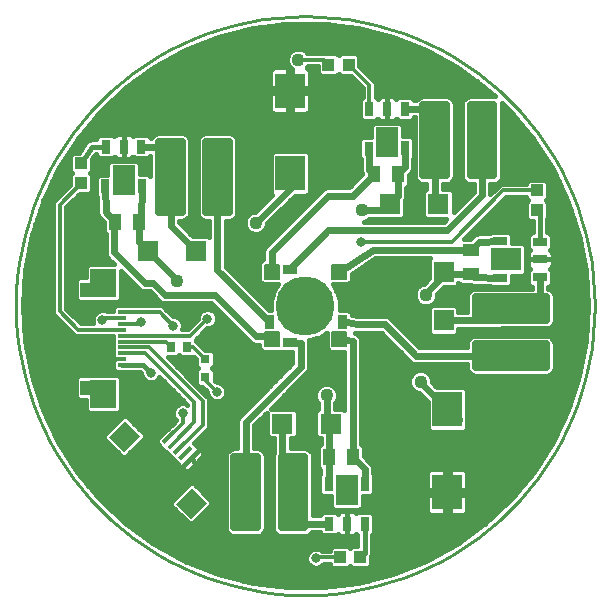
<source format=gtl>
G75*
G70*
%OFA0B0*%
%FSLAX24Y24*%
%IPPOS*%
%LPD*%
%AMOC8*
5,1,8,0,0,1.08239X$1,22.5*
%
%ADD10C,0.0100*%
%ADD11C,0.0051*%
%ADD12C,0.0031*%
%ADD13C,0.1969*%
%ADD14C,0.0251*%
%ADD15R,0.0472X0.0315*%
%ADD16R,0.0984X0.0760*%
%ADD17R,0.0472X0.0300*%
%ADD18R,0.0551X0.0433*%
%ADD19R,0.0669X0.0709*%
%ADD20R,0.0984X0.1181*%
%ADD21R,0.0433X0.0394*%
%ADD22R,0.0315X0.0472*%
%ADD23R,0.0760X0.0984*%
%ADD24R,0.0300X0.0472*%
%ADD25R,0.0433X0.0551*%
%ADD26R,0.0709X0.0669*%
%ADD27R,0.0394X0.0433*%
%ADD28R,0.0315X0.0118*%
%ADD29R,0.0866X0.0945*%
%ADD30R,0.0335X0.0512*%
%ADD31R,0.0551X0.0138*%
%ADD32R,0.0709X0.0748*%
%ADD33R,0.0276X0.0354*%
%ADD34R,0.0315X0.0315*%
%ADD35C,0.0160*%
%ADD36C,0.0120*%
%ADD37C,0.0240*%
%ADD38C,0.0320*%
%ADD39C,0.0436*%
%ADD40C,0.0318*%
D10*
X000276Y009805D02*
X000288Y010278D01*
X000322Y010750D01*
X000380Y011220D01*
X000461Y011687D01*
X000565Y012149D01*
X000691Y012605D01*
X000840Y013055D01*
X001010Y013496D01*
X001202Y013929D01*
X001415Y014352D01*
X001648Y014764D01*
X001902Y015164D01*
X002174Y015551D01*
X002466Y015924D01*
X002775Y016283D01*
X003101Y016626D01*
X003444Y016952D01*
X003803Y017261D01*
X004176Y017553D01*
X004563Y017825D01*
X004963Y018079D01*
X005375Y018312D01*
X005798Y018525D01*
X006231Y018717D01*
X006672Y018887D01*
X007122Y019036D01*
X007578Y019162D01*
X008040Y019266D01*
X008507Y019347D01*
X008977Y019405D01*
X009449Y019439D01*
X009922Y019451D01*
X010395Y019439D01*
X010867Y019405D01*
X011337Y019347D01*
X011804Y019266D01*
X012266Y019162D01*
X012722Y019036D01*
X013172Y018887D01*
X013613Y018717D01*
X014046Y018525D01*
X014469Y018312D01*
X014881Y018079D01*
X015281Y017825D01*
X015668Y017553D01*
X016041Y017261D01*
X016400Y016952D01*
X016743Y016626D01*
X017069Y016283D01*
X017378Y015924D01*
X017670Y015551D01*
X017942Y015164D01*
X018196Y014764D01*
X018429Y014352D01*
X018642Y013929D01*
X018834Y013496D01*
X019004Y013055D01*
X019153Y012605D01*
X019279Y012149D01*
X019383Y011687D01*
X019464Y011220D01*
X019522Y010750D01*
X019556Y010278D01*
X019568Y009805D01*
X019556Y009332D01*
X019522Y008860D01*
X019464Y008390D01*
X019383Y007923D01*
X019279Y007461D01*
X019153Y007005D01*
X019004Y006555D01*
X018834Y006114D01*
X018642Y005681D01*
X018429Y005258D01*
X018196Y004846D01*
X017942Y004446D01*
X017670Y004059D01*
X017378Y003686D01*
X017069Y003327D01*
X016743Y002984D01*
X016400Y002658D01*
X016041Y002349D01*
X015668Y002057D01*
X015281Y001785D01*
X014881Y001531D01*
X014469Y001298D01*
X014046Y001085D01*
X013613Y000893D01*
X013172Y000723D01*
X012722Y000574D01*
X012266Y000448D01*
X011804Y000344D01*
X011337Y000263D01*
X010867Y000205D01*
X010395Y000171D01*
X009922Y000159D01*
X009449Y000171D01*
X008977Y000205D01*
X008507Y000263D01*
X008040Y000344D01*
X007578Y000448D01*
X007122Y000574D01*
X006672Y000723D01*
X006231Y000893D01*
X005798Y001085D01*
X005375Y001298D01*
X004963Y001531D01*
X004563Y001785D01*
X004176Y002057D01*
X003803Y002349D01*
X003444Y002658D01*
X003101Y002984D01*
X002775Y003327D01*
X002466Y003686D01*
X002174Y004059D01*
X001902Y004446D01*
X001648Y004846D01*
X001415Y005258D01*
X001202Y005681D01*
X001010Y006114D01*
X000840Y006555D01*
X000691Y007005D01*
X000565Y007461D01*
X000461Y007923D01*
X000380Y008390D01*
X000322Y008860D01*
X000288Y009332D01*
X000276Y009805D01*
D11*
X008569Y008452D02*
X009031Y008452D01*
X008569Y008452D02*
X008569Y008914D01*
X009031Y008914D01*
X009031Y008452D01*
X009031Y008502D02*
X008569Y008502D01*
X008569Y008552D02*
X009031Y008552D01*
X009031Y008602D02*
X008569Y008602D01*
X008569Y008652D02*
X009031Y008652D01*
X009031Y008702D02*
X008569Y008702D01*
X008569Y008752D02*
X009031Y008752D01*
X009031Y008802D02*
X008569Y008802D01*
X008569Y008852D02*
X009031Y008852D01*
X009031Y008902D02*
X008569Y008902D01*
X008569Y010697D02*
X009031Y010697D01*
X008569Y010697D02*
X008569Y011159D01*
X009031Y011159D01*
X009031Y010697D01*
X009031Y010747D02*
X008569Y010747D01*
X008569Y010797D02*
X009031Y010797D01*
X009031Y010847D02*
X008569Y010847D01*
X008569Y010897D02*
X009031Y010897D01*
X009031Y010947D02*
X008569Y010947D01*
X008569Y010997D02*
X009031Y010997D01*
X009031Y011047D02*
X008569Y011047D01*
X008569Y011097D02*
X009031Y011097D01*
X009031Y011147D02*
X008569Y011147D01*
X010813Y010697D02*
X011275Y010697D01*
X010813Y010697D02*
X010813Y011159D01*
X011275Y011159D01*
X011275Y010697D01*
X011275Y010747D02*
X010813Y010747D01*
X010813Y010797D02*
X011275Y010797D01*
X011275Y010847D02*
X010813Y010847D01*
X010813Y010897D02*
X011275Y010897D01*
X011275Y010947D02*
X010813Y010947D01*
X010813Y010997D02*
X011275Y010997D01*
X011275Y011047D02*
X010813Y011047D01*
X010813Y011097D02*
X011275Y011097D01*
X011275Y011147D02*
X010813Y011147D01*
X010813Y008452D02*
X011275Y008452D01*
X010813Y008452D02*
X010813Y008914D01*
X011275Y008914D01*
X011275Y008452D01*
X011275Y008502D02*
X010813Y008502D01*
X010813Y008552D02*
X011275Y008552D01*
X011275Y008602D02*
X010813Y008602D01*
X010813Y008652D02*
X011275Y008652D01*
X011275Y008702D02*
X010813Y008702D01*
X010813Y008752D02*
X011275Y008752D01*
X011275Y008802D02*
X010813Y008802D01*
X010813Y008852D02*
X011275Y008852D01*
X011275Y008902D02*
X010813Y008902D01*
D12*
X011001Y009073D02*
X011001Y009475D01*
X011285Y009475D01*
X011285Y009073D01*
X011001Y009073D01*
X011001Y009103D02*
X011285Y009103D01*
X011285Y009133D02*
X011001Y009133D01*
X011001Y009163D02*
X011285Y009163D01*
X011285Y009193D02*
X011001Y009193D01*
X011001Y009223D02*
X011285Y009223D01*
X011285Y009253D02*
X011001Y009253D01*
X011001Y009283D02*
X011285Y009283D01*
X011285Y009313D02*
X011001Y009313D01*
X011001Y009343D02*
X011285Y009343D01*
X011285Y009373D02*
X011001Y009373D01*
X011001Y009403D02*
X011285Y009403D01*
X011285Y009433D02*
X011001Y009433D01*
X011001Y009463D02*
X011285Y009463D01*
X009592Y008727D02*
X009190Y008727D01*
X009592Y008727D02*
X009592Y008443D01*
X009190Y008443D01*
X009190Y008727D01*
X009190Y008473D02*
X009592Y008473D01*
X009592Y008503D02*
X009190Y008503D01*
X009190Y008533D02*
X009592Y008533D01*
X009592Y008563D02*
X009190Y008563D01*
X009190Y008593D02*
X009592Y008593D01*
X009592Y008623D02*
X009190Y008623D01*
X009190Y008653D02*
X009592Y008653D01*
X009592Y008683D02*
X009190Y008683D01*
X009190Y008713D02*
X009592Y008713D01*
X008844Y009073D02*
X008844Y009475D01*
X008844Y009073D02*
X008560Y009073D01*
X008560Y009475D01*
X008844Y009475D01*
X008844Y009103D02*
X008560Y009103D01*
X008560Y009133D02*
X008844Y009133D01*
X008844Y009163D02*
X008560Y009163D01*
X008560Y009193D02*
X008844Y009193D01*
X008844Y009223D02*
X008560Y009223D01*
X008560Y009253D02*
X008844Y009253D01*
X008844Y009283D02*
X008560Y009283D01*
X008560Y009313D02*
X008844Y009313D01*
X008844Y009343D02*
X008560Y009343D01*
X008560Y009373D02*
X008844Y009373D01*
X008844Y009403D02*
X008560Y009403D01*
X008560Y009433D02*
X008844Y009433D01*
X008844Y009463D02*
X008560Y009463D01*
X009190Y010884D02*
X009592Y010884D01*
X009190Y010884D02*
X009190Y011168D01*
X009592Y011168D01*
X009592Y010884D01*
X009592Y010914D02*
X009190Y010914D01*
X009190Y010944D02*
X009592Y010944D01*
X009592Y010974D02*
X009190Y010974D01*
X009190Y011004D02*
X009592Y011004D01*
X009592Y011034D02*
X009190Y011034D01*
X009190Y011064D02*
X009592Y011064D01*
X009592Y011094D02*
X009190Y011094D01*
X009190Y011124D02*
X009592Y011124D01*
X009592Y011154D02*
X009190Y011154D01*
D13*
X009922Y009805D03*
D14*
X006612Y012923D02*
X006612Y015271D01*
X007366Y015271D01*
X007366Y012923D01*
X006612Y012923D01*
X006612Y013173D02*
X007366Y013173D01*
X007366Y013423D02*
X006612Y013423D01*
X006612Y013673D02*
X007366Y013673D01*
X007366Y013923D02*
X006612Y013923D01*
X006612Y014173D02*
X007366Y014173D01*
X007366Y014423D02*
X006612Y014423D01*
X006612Y014673D02*
X007366Y014673D01*
X007366Y014923D02*
X006612Y014923D01*
X006612Y015173D02*
X007366Y015173D01*
X005791Y015271D02*
X005791Y012923D01*
X005037Y012923D01*
X005037Y015271D01*
X005791Y015271D01*
X005791Y013173D02*
X005037Y013173D01*
X005037Y013423D02*
X005791Y013423D01*
X005791Y013673D02*
X005037Y013673D01*
X005037Y013923D02*
X005791Y013923D01*
X005791Y014173D02*
X005037Y014173D01*
X005037Y014423D02*
X005791Y014423D01*
X005791Y014673D02*
X005037Y014673D01*
X005037Y014923D02*
X005791Y014923D01*
X005791Y015173D02*
X005037Y015173D01*
X014610Y014143D02*
X014610Y016491D01*
X014610Y014143D02*
X013856Y014143D01*
X013856Y016491D01*
X014610Y016491D01*
X014610Y014393D02*
X013856Y014393D01*
X013856Y014643D02*
X014610Y014643D01*
X014610Y014893D02*
X013856Y014893D01*
X013856Y015143D02*
X014610Y015143D01*
X014610Y015393D02*
X013856Y015393D01*
X013856Y015643D02*
X014610Y015643D01*
X014610Y015893D02*
X013856Y015893D01*
X013856Y016143D02*
X014610Y016143D01*
X014610Y016393D02*
X013856Y016393D01*
X015431Y016491D02*
X015431Y014143D01*
X015431Y016491D02*
X016185Y016491D01*
X016185Y014143D01*
X015431Y014143D01*
X015431Y014393D02*
X016185Y014393D01*
X016185Y014643D02*
X015431Y014643D01*
X015431Y014893D02*
X016185Y014893D01*
X016185Y015143D02*
X015431Y015143D01*
X015431Y015393D02*
X016185Y015393D01*
X016185Y015643D02*
X015431Y015643D01*
X015431Y015893D02*
X016185Y015893D01*
X016185Y016143D02*
X015431Y016143D01*
X015431Y016393D02*
X016185Y016393D01*
X015599Y009328D02*
X017947Y009328D01*
X015599Y009328D02*
X015599Y010082D01*
X017947Y010082D01*
X017947Y009328D01*
X017947Y009578D02*
X015599Y009578D01*
X015599Y009828D02*
X017947Y009828D01*
X017947Y010078D02*
X015599Y010078D01*
X015599Y008508D02*
X017947Y008508D01*
X017947Y007754D01*
X015599Y007754D01*
X015599Y008508D01*
X015599Y008004D02*
X017947Y008004D01*
X017947Y008254D02*
X015599Y008254D01*
X015599Y008504D02*
X017947Y008504D01*
X009132Y004759D02*
X009132Y002411D01*
X009132Y004759D02*
X009886Y004759D01*
X009886Y002411D01*
X009132Y002411D01*
X009132Y002661D02*
X009886Y002661D01*
X009886Y002911D02*
X009132Y002911D01*
X009132Y003161D02*
X009886Y003161D01*
X009886Y003411D02*
X009132Y003411D01*
X009132Y003661D02*
X009886Y003661D01*
X009886Y003911D02*
X009132Y003911D01*
X009132Y004161D02*
X009886Y004161D01*
X009886Y004411D02*
X009132Y004411D01*
X009132Y004661D02*
X009886Y004661D01*
X008311Y004759D02*
X008311Y002411D01*
X007557Y002411D01*
X007557Y004759D01*
X008311Y004759D01*
X008311Y002661D02*
X007557Y002661D01*
X007557Y002911D02*
X008311Y002911D01*
X008311Y003161D02*
X007557Y003161D01*
X007557Y003411D02*
X008311Y003411D01*
X008311Y003661D02*
X007557Y003661D01*
X007557Y003911D02*
X008311Y003911D01*
X008311Y004161D02*
X007557Y004161D01*
X007557Y004411D02*
X008311Y004411D01*
X008311Y004661D02*
X007557Y004661D01*
D15*
X017742Y010750D03*
X017742Y011341D03*
X017742Y011931D03*
D16*
X016620Y011341D03*
D17*
X016422Y010735D03*
X016412Y011946D03*
D18*
X015434Y011656D03*
X015434Y010868D03*
D19*
X014528Y010928D03*
X014528Y009313D03*
D20*
X014647Y006341D03*
X014647Y003585D03*
X009410Y014215D03*
X009410Y016971D03*
D21*
X002442Y014550D03*
X002442Y013880D03*
X017639Y013644D03*
X017639Y012975D03*
D22*
X013229Y016365D03*
X012638Y016365D03*
X012048Y016365D03*
X004450Y015105D03*
X003859Y015105D03*
X003269Y015105D03*
X010710Y002537D03*
X011301Y002537D03*
X011891Y002537D03*
D23*
X011300Y003659D03*
X003859Y013983D03*
X012639Y015243D03*
D24*
X012033Y015035D03*
X013244Y015045D03*
X004465Y013785D03*
X003254Y013775D03*
X010695Y003857D03*
X011906Y003867D03*
D25*
X011497Y004766D03*
X010710Y004766D03*
X004371Y012601D03*
X003584Y012601D03*
X012206Y014176D03*
X012993Y014176D03*
D26*
X012737Y013191D03*
X014351Y013191D03*
X010769Y005868D03*
X009154Y005868D03*
X006280Y011617D03*
X004666Y011617D03*
D27*
X010690Y017837D03*
X011359Y017837D03*
X011084Y001420D03*
X011753Y001420D03*
D28*
X003820Y007817D03*
X003820Y008014D03*
X003820Y008211D03*
X003820Y008408D03*
X003820Y008605D03*
X003820Y008802D03*
X003820Y008998D03*
X003820Y009195D03*
X003820Y009392D03*
X003820Y009589D03*
D29*
X003190Y010554D03*
X003190Y006853D03*
D30*
X002590Y007069D03*
X002590Y010337D03*
D31*
G36*
X005620Y005578D02*
X005232Y005190D01*
X005134Y005288D01*
X005522Y005676D01*
X005620Y005578D01*
G37*
G36*
X005801Y005397D02*
X005413Y005009D01*
X005315Y005107D01*
X005703Y005495D01*
X005801Y005397D01*
G37*
G36*
X005982Y005216D02*
X005594Y004828D01*
X005496Y004926D01*
X005884Y005314D01*
X005982Y005216D01*
G37*
G36*
X006163Y005035D02*
X005775Y004647D01*
X005677Y004745D01*
X006065Y005133D01*
X006163Y005035D01*
G37*
G36*
X006344Y004854D02*
X005956Y004466D01*
X005858Y004564D01*
X006246Y004952D01*
X006344Y004854D01*
G37*
D32*
G36*
X006100Y002705D02*
X005600Y003205D01*
X006128Y003733D01*
X006628Y003233D01*
X006100Y002705D01*
G37*
G36*
X003873Y004933D02*
X003373Y005433D01*
X003901Y005961D01*
X004401Y005461D01*
X003873Y004933D01*
G37*
D33*
X005454Y008428D03*
X005966Y008428D03*
D34*
X006576Y008014D03*
X006576Y007424D03*
D35*
X005497Y003330D02*
X003091Y003330D01*
X003058Y003360D02*
X002305Y004271D01*
X001671Y005269D01*
X001168Y006339D01*
X000802Y007464D01*
X000581Y008625D01*
X000507Y009805D01*
X000581Y010986D01*
X000802Y012147D01*
X001168Y013272D01*
X001671Y014342D01*
X002305Y015340D01*
X003058Y016251D01*
X003920Y017060D01*
X004877Y017755D01*
X005913Y018325D01*
X007013Y018760D01*
X008158Y019054D01*
X009331Y019203D01*
X010513Y019203D01*
X011687Y019054D01*
X012832Y018760D01*
X013931Y018325D01*
X014967Y017755D01*
X015924Y017060D01*
X016226Y016777D01*
X015375Y016777D01*
X015270Y016733D01*
X015190Y016653D01*
X015146Y016548D01*
X015146Y014087D01*
X015190Y013982D01*
X015270Y013902D01*
X015375Y013858D01*
X015528Y013858D01*
X015528Y013603D01*
X014866Y012940D01*
X014866Y013592D01*
X014772Y013686D01*
X014513Y013686D01*
X014513Y013858D01*
X014666Y013858D01*
X014771Y013902D01*
X014852Y013982D01*
X014895Y014087D01*
X014895Y016548D01*
X014852Y016653D01*
X014771Y016733D01*
X014666Y016777D01*
X013800Y016777D01*
X013695Y016733D01*
X013615Y016653D01*
X013612Y016645D01*
X013547Y016645D01*
X013547Y016668D01*
X013453Y016762D01*
X013006Y016762D01*
X012946Y016702D01*
X012940Y016712D01*
X012906Y016746D01*
X012865Y016769D01*
X012819Y016782D01*
X012638Y016782D01*
X012457Y016782D01*
X012411Y016769D01*
X012370Y016746D01*
X012337Y016712D01*
X012331Y016702D01*
X012272Y016762D01*
X012268Y016762D01*
X012268Y017239D01*
X012139Y017368D01*
X011716Y017791D01*
X011716Y018120D01*
X011622Y018214D01*
X011096Y018214D01*
X011025Y018142D01*
X010953Y018214D01*
X010625Y018214D01*
X010624Y018214D01*
X010001Y018214D01*
X009900Y018315D01*
X009761Y018373D01*
X009611Y018373D01*
X009472Y018315D01*
X009365Y018209D01*
X009308Y018070D01*
X009308Y017919D01*
X009365Y017780D01*
X009472Y017674D01*
X009490Y017666D01*
X009490Y017051D01*
X009330Y017051D01*
X009330Y016891D01*
X008738Y016891D01*
X008738Y016357D01*
X008751Y016311D01*
X008774Y016270D01*
X008808Y016236D01*
X008849Y016213D01*
X008895Y016200D01*
X009330Y016200D01*
X009330Y016891D01*
X009490Y016891D01*
X009490Y016200D01*
X009926Y016200D01*
X009972Y016213D01*
X010013Y016236D01*
X010047Y016270D01*
X010070Y016311D01*
X010083Y016357D01*
X010083Y016891D01*
X009490Y016891D01*
X009490Y017051D01*
X010083Y017051D01*
X010083Y017585D01*
X010070Y017631D01*
X010047Y017672D01*
X010013Y017705D01*
X009972Y017729D01*
X009959Y017733D01*
X010001Y017774D01*
X010333Y017774D01*
X010333Y017554D01*
X010427Y017460D01*
X010953Y017460D01*
X011025Y017532D01*
X011096Y017460D01*
X011425Y017460D01*
X011828Y017057D01*
X011828Y016762D01*
X011824Y016762D01*
X011731Y016668D01*
X011731Y016063D01*
X011824Y015969D01*
X012272Y015969D01*
X012331Y016028D01*
X012337Y016019D01*
X012370Y015985D01*
X012411Y015961D01*
X012457Y015949D01*
X012638Y015949D01*
X012638Y016365D01*
X012638Y016365D01*
X012638Y015949D01*
X012819Y015949D01*
X012865Y015961D01*
X012906Y015985D01*
X012940Y016019D01*
X012946Y016029D01*
X013006Y015969D01*
X013453Y015969D01*
X013547Y016063D01*
X013547Y016085D01*
X013571Y016085D01*
X013571Y014087D01*
X013615Y013982D01*
X013695Y013902D01*
X013800Y013858D01*
X013953Y013858D01*
X013953Y013686D01*
X013931Y013686D01*
X013837Y013592D01*
X013837Y012790D01*
X013931Y012697D01*
X014622Y012697D01*
X014531Y012605D01*
X011888Y012605D01*
X012006Y012654D01*
X012047Y012695D01*
X012576Y012695D01*
X012581Y012697D01*
X013158Y012697D01*
X013251Y012790D01*
X013251Y013339D01*
X013273Y013392D01*
X013273Y013740D01*
X013276Y013740D01*
X013370Y013834D01*
X013370Y014156D01*
X013425Y014211D01*
X013463Y014248D01*
X013464Y014251D01*
X013467Y014253D01*
X013487Y014302D01*
X013508Y014349D01*
X013508Y014353D01*
X013509Y014356D01*
X013509Y014408D01*
X013516Y014705D01*
X013554Y014743D01*
X013554Y015348D01*
X013461Y015442D01*
X013179Y015442D01*
X013179Y015802D01*
X013085Y015895D01*
X012192Y015895D01*
X012099Y015802D01*
X012099Y015432D01*
X011817Y015432D01*
X011723Y015338D01*
X011723Y014733D01*
X011760Y014696D01*
X011768Y014330D01*
X011768Y014277D01*
X011769Y014274D01*
X011769Y014271D01*
X011791Y014223D01*
X011810Y014176D01*
X011381Y013747D01*
X010615Y013747D01*
X010512Y013704D01*
X010433Y013626D01*
X008563Y011755D01*
X008520Y011653D01*
X008520Y011343D01*
X008493Y011343D01*
X008384Y011235D01*
X008384Y010620D01*
X008493Y010512D01*
X009010Y010512D01*
X009007Y010508D01*
X008856Y010247D01*
X008778Y009956D01*
X008778Y009655D01*
X008779Y009651D01*
X008721Y009651D01*
X007269Y011103D01*
X007269Y012638D01*
X007422Y012638D01*
X007527Y012681D01*
X007608Y012761D01*
X007651Y012866D01*
X007651Y015327D01*
X007608Y015432D01*
X007527Y015513D01*
X007422Y015556D01*
X006556Y015556D01*
X006451Y015513D01*
X006371Y015432D01*
X006327Y015327D01*
X006327Y012866D01*
X006371Y012761D01*
X006451Y012681D01*
X006556Y012638D01*
X006709Y012638D01*
X006709Y012103D01*
X006701Y012111D01*
X006182Y012111D01*
X005714Y012579D01*
X005714Y012638D01*
X005848Y012638D01*
X005953Y012681D01*
X006451Y012681D01*
X006338Y012840D02*
X006065Y012840D01*
X006076Y012866D02*
X006076Y015327D01*
X006033Y015432D01*
X005953Y015513D01*
X005848Y015556D01*
X004981Y015556D01*
X004876Y015513D01*
X004796Y015432D01*
X004776Y015385D01*
X004767Y015385D01*
X004767Y015408D01*
X004674Y015502D01*
X004226Y015502D01*
X004166Y015442D01*
X004160Y015452D01*
X004127Y015486D01*
X004086Y015509D01*
X004040Y015522D01*
X003859Y015522D01*
X003859Y015105D01*
X003859Y014689D01*
X004040Y014689D01*
X004086Y014702D01*
X004127Y014725D01*
X004160Y014759D01*
X004166Y014769D01*
X004226Y014709D01*
X004674Y014709D01*
X004752Y014788D01*
X004752Y014110D01*
X004681Y014182D01*
X004399Y014182D01*
X004399Y014542D01*
X004305Y014636D01*
X003413Y014636D01*
X003319Y014542D01*
X003319Y014172D01*
X003037Y014172D01*
X002944Y014078D01*
X002944Y013473D01*
X002980Y013437D01*
X002989Y012913D01*
X002989Y012860D01*
X002990Y012858D01*
X002990Y012855D01*
X003011Y012806D01*
X003031Y012757D01*
X003033Y012755D01*
X003034Y012753D01*
X003072Y012716D01*
X003207Y012581D01*
X003207Y012259D01*
X003264Y012202D01*
X003264Y011521D01*
X003307Y011419D01*
X003386Y011340D01*
X003539Y011186D01*
X002691Y011186D01*
X002597Y011092D01*
X002597Y010753D01*
X002356Y010753D01*
X002262Y010659D01*
X002262Y010015D01*
X002356Y009921D01*
X003689Y009921D01*
X003783Y010015D01*
X003783Y010942D01*
X004409Y010316D01*
X004512Y010274D01*
X004727Y010274D01*
X005079Y009922D01*
X005181Y009880D01*
X006775Y009880D01*
X008110Y008544D01*
X008213Y008502D01*
X008384Y008502D01*
X008384Y008376D01*
X008493Y008268D01*
X009107Y008268D01*
X009112Y008272D01*
X009117Y008268D01*
X009485Y008268D01*
X009485Y007874D01*
X007697Y006086D01*
X007654Y005983D01*
X007654Y005044D01*
X007501Y005044D01*
X007396Y005001D01*
X007316Y004920D01*
X007272Y004816D01*
X007272Y002355D01*
X007316Y002250D01*
X007396Y002169D01*
X007501Y002126D01*
X008367Y002126D01*
X008472Y002169D01*
X008553Y002250D01*
X008596Y002355D01*
X008596Y004816D01*
X008553Y004920D01*
X008472Y005001D01*
X008367Y005044D01*
X008214Y005044D01*
X008214Y005812D01*
X008640Y006238D01*
X008640Y005468D01*
X008734Y005374D01*
X008874Y005374D01*
X008874Y004882D01*
X008847Y004816D01*
X008847Y002355D01*
X008890Y002250D01*
X008971Y002169D01*
X009076Y002126D01*
X009942Y002126D01*
X010047Y002169D01*
X010127Y002250D01*
X010130Y002257D01*
X010392Y002257D01*
X010392Y002234D01*
X010486Y002141D01*
X010933Y002141D01*
X010993Y002201D01*
X010999Y002190D01*
X011033Y002157D01*
X011074Y002133D01*
X011120Y002121D01*
X011301Y002121D01*
X011482Y002121D01*
X011528Y002133D01*
X011569Y002157D01*
X011602Y002190D01*
X011608Y002200D01*
X011651Y002157D01*
X011651Y001796D01*
X011490Y001796D01*
X011418Y001725D01*
X011347Y001796D01*
X010820Y001796D01*
X010727Y001702D01*
X010727Y001640D01*
X010468Y001640D01*
X010457Y001651D01*
X010340Y001699D01*
X010213Y001699D01*
X010096Y001651D01*
X010006Y001561D01*
X009957Y001444D01*
X009957Y001317D01*
X010006Y001200D01*
X010096Y001110D01*
X010213Y001061D01*
X010340Y001061D01*
X010457Y001110D01*
X010547Y001200D01*
X010727Y001200D01*
X010727Y001137D01*
X010820Y001043D01*
X011347Y001043D01*
X011418Y001115D01*
X011490Y001043D01*
X012016Y001043D01*
X012110Y001137D01*
X012110Y001459D01*
X012131Y001510D01*
X012131Y002157D01*
X012208Y002234D01*
X012208Y002839D01*
X012114Y002933D01*
X011667Y002933D01*
X011608Y002874D01*
X011602Y002884D01*
X011569Y002917D01*
X011528Y002941D01*
X011482Y002953D01*
X011301Y002953D01*
X011301Y002537D01*
X011301Y002537D01*
X011301Y002121D01*
X011301Y002537D01*
X011301Y002537D01*
X011301Y002953D01*
X011120Y002953D01*
X011074Y002941D01*
X011033Y002917D01*
X010999Y002884D01*
X010993Y002873D01*
X010933Y002933D01*
X010486Y002933D01*
X010392Y002839D01*
X010392Y002817D01*
X010171Y002817D01*
X010171Y004816D01*
X010127Y004920D01*
X010047Y005001D01*
X009942Y005044D01*
X009434Y005044D01*
X009434Y005374D01*
X009575Y005374D01*
X009669Y005468D01*
X009669Y006269D01*
X009575Y006363D01*
X008766Y006363D01*
X009923Y007521D01*
X010002Y007600D01*
X010045Y007703D01*
X010045Y008558D01*
X010047Y008606D01*
X010045Y008613D01*
X010045Y008621D01*
X010028Y008661D01*
X010073Y008661D01*
X010364Y008739D01*
X010625Y008890D01*
X010628Y008893D01*
X010628Y008376D01*
X010737Y008268D01*
X011217Y008268D01*
X011217Y006335D01*
X011189Y006363D01*
X010911Y006363D01*
X010911Y006559D01*
X010951Y006599D01*
X011009Y006738D01*
X011009Y006889D01*
X010951Y007028D01*
X010845Y007134D01*
X010706Y007191D01*
X010556Y007191D01*
X010417Y007134D01*
X010310Y007028D01*
X010253Y006889D01*
X010253Y006738D01*
X010310Y006599D01*
X010351Y006559D01*
X010351Y006363D01*
X010348Y006363D01*
X010254Y006269D01*
X010254Y005468D01*
X010348Y005374D01*
X010430Y005374D01*
X010430Y005202D01*
X010427Y005202D01*
X010333Y005108D01*
X010333Y004424D01*
X010422Y004335D01*
X010420Y004195D01*
X010385Y004159D01*
X010385Y003554D01*
X010478Y003461D01*
X010760Y003461D01*
X010760Y003101D01*
X010854Y003007D01*
X011746Y003007D01*
X011840Y003101D01*
X011840Y003471D01*
X012122Y003471D01*
X012216Y003564D01*
X012216Y004169D01*
X012176Y004210D01*
X012171Y004377D01*
X012171Y004428D01*
X012169Y004432D01*
X012169Y004436D01*
X012148Y004483D01*
X012128Y004531D01*
X012125Y004534D01*
X012123Y004538D01*
X012086Y004573D01*
X011874Y004786D01*
X011874Y005108D01*
X011780Y005202D01*
X011777Y005202D01*
X011777Y008606D01*
X011782Y008643D01*
X011777Y008661D01*
X011777Y008680D01*
X011763Y008715D01*
X011753Y008751D01*
X011742Y008766D01*
X011734Y008783D01*
X011708Y008810D01*
X011685Y008839D01*
X011669Y008849D01*
X011656Y008862D01*
X011621Y008876D01*
X011588Y008895D01*
X011583Y008896D01*
X011607Y008896D01*
X011634Y008890D01*
X011662Y008896D01*
X012444Y008896D01*
X013446Y007893D01*
X013549Y007851D01*
X015313Y007851D01*
X015313Y007697D01*
X015357Y007592D01*
X015437Y007512D01*
X015542Y007469D01*
X018003Y007469D01*
X018108Y007512D01*
X018188Y007592D01*
X018232Y007697D01*
X018232Y008564D01*
X018188Y008669D01*
X018108Y008749D01*
X018003Y008793D01*
X015542Y008793D01*
X015437Y008749D01*
X015357Y008669D01*
X015313Y008564D01*
X015313Y008411D01*
X013721Y008411D01*
X012797Y009334D01*
X012797Y009334D01*
X012719Y009413D01*
X012616Y009456D01*
X011663Y009456D01*
X011460Y009496D01*
X011460Y009548D01*
X011357Y009651D01*
X011065Y009651D01*
X011066Y009655D01*
X011066Y009956D01*
X010988Y010247D01*
X010838Y010508D01*
X010834Y010512D01*
X011351Y010512D01*
X011460Y010620D01*
X011460Y010864D01*
X012249Y011376D01*
X014062Y011376D01*
X014034Y011348D01*
X014034Y010711D01*
X013860Y010537D01*
X013724Y010480D01*
X013617Y010374D01*
X013560Y010235D01*
X013560Y010085D01*
X013617Y009946D01*
X013724Y009839D01*
X013863Y009782D01*
X014013Y009782D01*
X014152Y009839D01*
X014258Y009946D01*
X014316Y010085D01*
X014316Y010201D01*
X014528Y010413D01*
X014929Y010413D01*
X015023Y010507D01*
X015023Y010561D01*
X015092Y010492D01*
X015444Y010492D01*
X015492Y010471D01*
X015494Y010471D01*
X015496Y010470D01*
X015550Y010470D01*
X016084Y010461D01*
X016119Y010425D01*
X016724Y010425D01*
X016818Y010519D01*
X016818Y010801D01*
X017178Y010801D01*
X017272Y010895D01*
X017272Y011787D01*
X017178Y011881D01*
X016808Y011881D01*
X016808Y012163D01*
X016714Y012256D01*
X016109Y012256D01*
X016072Y012219D01*
X015707Y012211D01*
X015654Y012211D01*
X015651Y012210D01*
X015648Y012210D01*
X015600Y012189D01*
X015551Y012169D01*
X015549Y012167D01*
X015546Y012165D01*
X015509Y012127D01*
X015415Y012032D01*
X015216Y012032D01*
X016608Y013424D01*
X017262Y013424D01*
X017262Y013381D01*
X017334Y013309D01*
X017262Y013238D01*
X017262Y012712D01*
X017356Y012618D01*
X017502Y012618D01*
X017502Y012249D01*
X017439Y012249D01*
X017346Y012155D01*
X017346Y011708D01*
X017405Y011649D01*
X017395Y011643D01*
X017362Y011609D01*
X017338Y011568D01*
X017326Y011523D01*
X017326Y011341D01*
X017326Y011160D01*
X017338Y011115D01*
X017362Y011073D01*
X017395Y011040D01*
X017406Y011034D01*
X017346Y010974D01*
X017346Y010527D01*
X017439Y010433D01*
X017462Y010433D01*
X017462Y010367D01*
X015542Y010367D01*
X015437Y010324D01*
X015357Y010244D01*
X015313Y010139D01*
X015313Y009593D01*
X015023Y009593D01*
X015023Y009734D01*
X014929Y009828D01*
X014128Y009828D01*
X014034Y009734D01*
X014034Y008893D01*
X014128Y008799D01*
X014929Y008799D01*
X015023Y008893D01*
X015023Y009033D01*
X016436Y009033D01*
X016461Y009044D01*
X018003Y009044D01*
X018108Y009087D01*
X018188Y009167D01*
X018232Y009272D01*
X018232Y010139D01*
X018188Y010244D01*
X018108Y010324D01*
X018022Y010360D01*
X018022Y010433D01*
X018044Y010433D01*
X018138Y010527D01*
X018138Y010974D01*
X018078Y011034D01*
X018089Y011040D01*
X018122Y011073D01*
X018146Y011115D01*
X018158Y011160D01*
X018158Y011341D01*
X017742Y011341D01*
X017742Y011341D01*
X017326Y011341D01*
X017742Y011341D01*
X017742Y011341D01*
X018158Y011341D01*
X018158Y011523D01*
X018146Y011568D01*
X018122Y011609D01*
X018089Y011643D01*
X018079Y011649D01*
X018138Y011708D01*
X018138Y012155D01*
X018044Y012249D01*
X017982Y012249D01*
X017982Y012678D01*
X018015Y012712D01*
X018015Y013238D01*
X017944Y013309D01*
X018015Y013381D01*
X018015Y013907D01*
X017922Y014001D01*
X017356Y014001D01*
X017262Y013907D01*
X017262Y013864D01*
X016426Y013864D01*
X016297Y013735D01*
X016088Y013527D01*
X016088Y013858D01*
X016241Y013858D01*
X016346Y013902D01*
X016427Y013982D01*
X016470Y014087D01*
X016470Y016548D01*
X016786Y016251D01*
X017540Y015340D01*
X018173Y014342D01*
X018677Y013272D01*
X019042Y012147D01*
X019264Y010986D01*
X019338Y009805D01*
X019264Y008625D01*
X019042Y007464D01*
X018677Y006339D01*
X018173Y005269D01*
X017540Y004271D01*
X016786Y003360D01*
X016786Y003360D01*
X015924Y002551D01*
X014967Y001856D01*
X013931Y001286D01*
X012832Y000851D01*
X011687Y000557D01*
X010513Y000408D01*
X009331Y000408D01*
X008158Y000557D01*
X007013Y000851D01*
X005913Y001286D01*
X004877Y001856D01*
X003920Y002551D01*
X003058Y003360D01*
X002952Y003488D02*
X005656Y003488D01*
X005814Y003647D02*
X002821Y003647D01*
X002690Y003805D02*
X005973Y003805D01*
X006062Y003895D02*
X005439Y003272D01*
X005439Y003139D01*
X006034Y002544D01*
X006167Y002544D01*
X006790Y003167D01*
X006790Y003300D01*
X006195Y003895D01*
X006062Y003895D01*
X006284Y003805D02*
X007272Y003805D01*
X007272Y003647D02*
X006442Y003647D01*
X006601Y003488D02*
X007272Y003488D01*
X007272Y003330D02*
X006759Y003330D01*
X006790Y003171D02*
X007272Y003171D01*
X007272Y003013D02*
X006635Y003013D01*
X006477Y002854D02*
X007272Y002854D01*
X007272Y002696D02*
X006318Y002696D01*
X005883Y002696D02*
X003766Y002696D01*
X003597Y002854D02*
X005724Y002854D01*
X005566Y003013D02*
X003428Y003013D01*
X003259Y003171D02*
X005439Y003171D01*
X005885Y004298D02*
X005931Y004285D01*
X005978Y004285D01*
X006024Y004298D01*
X006065Y004321D01*
X006277Y004533D01*
X006488Y004744D01*
X006512Y004786D01*
X006524Y004831D01*
X006524Y004879D01*
X006512Y004924D01*
X006488Y004966D01*
X006423Y005031D01*
X006101Y004709D01*
X006101Y004709D01*
X006277Y004533D01*
X006101Y004709D01*
X006101Y004709D01*
X006423Y005031D01*
X006357Y005096D01*
X006316Y005120D01*
X006301Y005124D01*
X006202Y005223D01*
X006717Y005738D01*
X006717Y006708D01*
X006588Y006837D01*
X005334Y008090D01*
X005658Y008090D01*
X005710Y008142D01*
X005761Y008090D01*
X006170Y008090D01*
X006179Y008100D01*
X006258Y008021D01*
X006258Y007790D01*
X006330Y007719D01*
X006258Y007647D01*
X006258Y007200D01*
X006352Y007106D01*
X006484Y007106D01*
X006485Y007105D01*
X006650Y006939D01*
X006650Y006868D01*
X006699Y006751D01*
X006789Y006661D01*
X006906Y006612D01*
X007033Y006612D01*
X007150Y006661D01*
X007240Y006751D01*
X007288Y006868D01*
X007288Y006995D01*
X007240Y007112D01*
X007150Y007202D01*
X007033Y007251D01*
X006962Y007251D01*
X006893Y007319D01*
X006893Y007647D01*
X006822Y007719D01*
X006893Y007790D01*
X006893Y008238D01*
X006799Y008332D01*
X006569Y008332D01*
X006382Y008519D01*
X006263Y008638D01*
X006263Y008670D01*
X006647Y009053D01*
X006718Y009053D01*
X006835Y009102D01*
X006925Y009192D01*
X006974Y009309D01*
X006974Y009436D01*
X006925Y009553D01*
X006835Y009643D01*
X006718Y009691D01*
X006591Y009691D01*
X006474Y009643D01*
X006384Y009553D01*
X006335Y009436D01*
X006335Y009364D01*
X005992Y009022D01*
X005811Y009022D01*
X005832Y009073D01*
X005832Y009200D01*
X005783Y009317D01*
X005693Y009407D01*
X005576Y009455D01*
X005505Y009455D01*
X005151Y009809D01*
X003729Y009809D01*
X003728Y009808D01*
X003596Y009808D01*
X003502Y009714D01*
X003502Y009612D01*
X003311Y009612D01*
X003214Y009652D01*
X003087Y009652D01*
X002970Y009604D01*
X002880Y009514D01*
X002831Y009397D01*
X002831Y009270D01*
X002853Y009218D01*
X002435Y009218D01*
X001953Y009700D01*
X001953Y013080D01*
X002396Y013523D01*
X002725Y013523D01*
X002818Y013617D01*
X002818Y014143D01*
X002747Y014215D01*
X002818Y014286D01*
X002818Y014690D01*
X002932Y014865D01*
X002951Y014865D01*
X002951Y014803D01*
X003045Y014709D01*
X003492Y014709D01*
X003552Y014768D01*
X003557Y014759D01*
X003591Y014725D01*
X003632Y014702D01*
X003677Y014689D01*
X003859Y014689D01*
X003859Y015105D01*
X003859Y015105D01*
X003859Y015105D01*
X003859Y015522D01*
X003677Y015522D01*
X003632Y015509D01*
X003591Y015486D01*
X003557Y015452D01*
X003552Y015443D01*
X003492Y015502D01*
X003045Y015502D01*
X002951Y015408D01*
X002951Y015345D01*
X002823Y015345D01*
X002797Y015350D01*
X002775Y015345D01*
X002753Y015345D01*
X002729Y015336D01*
X002704Y015330D01*
X002686Y015317D01*
X002665Y015309D01*
X002647Y015291D01*
X002625Y015276D01*
X002613Y015257D01*
X002597Y015241D01*
X002588Y015217D01*
X002587Y015217D02*
X002227Y015217D01*
X002126Y015059D02*
X002485Y015059D01*
X002387Y014906D02*
X002159Y014906D01*
X002065Y014813D01*
X002065Y014286D01*
X002137Y014215D01*
X002065Y014143D01*
X002065Y013815D01*
X001513Y013263D01*
X001513Y009518D01*
X001642Y009389D01*
X002252Y008778D01*
X003502Y008778D01*
X003502Y008156D01*
X003495Y008143D01*
X003482Y008097D01*
X003482Y008014D01*
X003482Y007931D01*
X003495Y007886D01*
X003502Y007872D01*
X003502Y007692D01*
X003596Y007598D01*
X003722Y007598D01*
X003772Y007577D01*
X004409Y007577D01*
X004446Y007541D01*
X004446Y007498D01*
X004494Y007381D01*
X004584Y007291D01*
X004701Y007242D01*
X004828Y007242D01*
X004945Y007291D01*
X005035Y007381D01*
X005056Y007431D01*
X005984Y006503D01*
X005891Y006542D01*
X005764Y006542D01*
X005647Y006493D01*
X005557Y006404D01*
X005509Y006286D01*
X005509Y006159D01*
X005557Y006042D01*
X005608Y005992D01*
X005608Y005975D01*
X005469Y005836D01*
X005457Y005836D01*
X004973Y005353D01*
X004973Y005220D01*
X005154Y005039D01*
X005335Y004858D01*
X005516Y004677D01*
X005685Y004508D01*
X005689Y004493D01*
X005713Y004452D01*
X005778Y004387D01*
X006101Y004709D01*
X005778Y004387D01*
X005844Y004321D01*
X005885Y004298D01*
X005831Y004439D02*
X005831Y004439D01*
X005726Y004439D02*
X002198Y004439D01*
X002299Y004281D02*
X007272Y004281D01*
X007272Y004439D02*
X006183Y004439D01*
X006212Y004598D02*
X006212Y004598D01*
X006342Y004598D02*
X007272Y004598D01*
X007272Y004756D02*
X006495Y004756D01*
X006514Y004915D02*
X007313Y004915D01*
X007654Y005073D02*
X006380Y005073D01*
X006307Y004915D02*
X006307Y004915D01*
X006148Y004756D02*
X006148Y004756D01*
X006101Y004709D02*
X006101Y004709D01*
X005990Y004598D02*
X005990Y004598D01*
X005596Y004598D02*
X002097Y004598D01*
X001997Y004756D02*
X005437Y004756D01*
X005279Y004915D02*
X004083Y004915D01*
X003940Y004772D02*
X003807Y004772D01*
X003212Y005366D01*
X003212Y005499D01*
X003835Y006122D01*
X003968Y006122D01*
X004562Y005527D01*
X004562Y005394D01*
X003940Y004772D01*
X003664Y004915D02*
X001896Y004915D01*
X001796Y005073D02*
X003505Y005073D01*
X003347Y005232D02*
X001695Y005232D01*
X001614Y005390D02*
X003212Y005390D01*
X003262Y005549D02*
X001540Y005549D01*
X001465Y005707D02*
X003421Y005707D01*
X003579Y005866D02*
X001391Y005866D01*
X001316Y006024D02*
X003738Y006024D01*
X003689Y006220D02*
X003783Y006314D01*
X003783Y007391D01*
X003689Y007485D01*
X002356Y007485D01*
X002262Y007391D01*
X002262Y006747D01*
X002356Y006653D01*
X002597Y006653D01*
X002597Y006314D01*
X002691Y006220D01*
X003689Y006220D01*
X003783Y006341D02*
X005531Y006341D01*
X005509Y006183D02*
X001241Y006183D01*
X001167Y006341D02*
X002597Y006341D01*
X002597Y006500D02*
X001116Y006500D01*
X001064Y006658D02*
X002351Y006658D01*
X002262Y006817D02*
X001013Y006817D01*
X000961Y006975D02*
X002262Y006975D01*
X002262Y007134D02*
X000910Y007134D01*
X000858Y007292D02*
X002262Y007292D01*
X002322Y007451D02*
X000807Y007451D01*
X000775Y007609D02*
X003585Y007609D01*
X003502Y007768D02*
X000744Y007768D01*
X000714Y007926D02*
X003484Y007926D01*
X003482Y008014D02*
X003574Y008014D01*
X003574Y008014D01*
X003574Y008014D01*
X003482Y008014D01*
X003482Y008085D02*
X000684Y008085D01*
X000654Y008243D02*
X003502Y008243D01*
X003502Y008402D02*
X000623Y008402D01*
X000593Y008560D02*
X003502Y008560D01*
X003502Y008719D02*
X000575Y008719D01*
X000565Y008877D02*
X002153Y008877D01*
X001995Y009036D02*
X000555Y009036D01*
X000545Y009194D02*
X001836Y009194D01*
X001678Y009353D02*
X000535Y009353D01*
X000525Y009511D02*
X001519Y009511D01*
X001513Y009670D02*
X000515Y009670D01*
X000508Y009828D02*
X001513Y009828D01*
X001513Y009987D02*
X000518Y009987D01*
X000528Y010145D02*
X001513Y010145D01*
X001513Y010304D02*
X000538Y010304D01*
X000548Y010462D02*
X001513Y010462D01*
X001513Y010621D02*
X000558Y010621D01*
X000568Y010779D02*
X001513Y010779D01*
X001513Y010938D02*
X000578Y010938D01*
X000602Y011096D02*
X001513Y011096D01*
X001513Y011255D02*
X000632Y011255D01*
X000662Y011413D02*
X001513Y011413D01*
X001513Y011572D02*
X000693Y011572D01*
X000723Y011730D02*
X001513Y011730D01*
X001513Y011889D02*
X000753Y011889D01*
X000783Y012047D02*
X001513Y012047D01*
X001513Y012206D02*
X000821Y012206D01*
X000873Y012364D02*
X001513Y012364D01*
X001513Y012523D02*
X000924Y012523D01*
X000976Y012681D02*
X001513Y012681D01*
X001513Y012840D02*
X001027Y012840D01*
X001079Y012998D02*
X001513Y012998D01*
X001513Y013157D02*
X001130Y013157D01*
X001188Y013315D02*
X001566Y013315D01*
X001724Y013474D02*
X001263Y013474D01*
X001337Y013632D02*
X001883Y013632D01*
X002041Y013791D02*
X001412Y013791D01*
X001487Y013949D02*
X002065Y013949D01*
X002065Y014108D02*
X001561Y014108D01*
X001636Y014266D02*
X002085Y014266D01*
X002065Y014425D02*
X001724Y014425D01*
X001825Y014583D02*
X002065Y014583D01*
X002065Y014742D02*
X001925Y014742D01*
X002026Y014900D02*
X002153Y014900D01*
X002387Y014906D02*
X002588Y015217D01*
X002801Y015105D02*
X003269Y015105D01*
X003525Y014742D02*
X003574Y014742D01*
X003361Y014583D02*
X002818Y014583D01*
X002818Y014425D02*
X003319Y014425D01*
X003319Y014266D02*
X002798Y014266D01*
X002818Y014108D02*
X002974Y014108D01*
X002944Y013949D02*
X002818Y013949D01*
X002818Y013791D02*
X002944Y013791D01*
X002944Y013632D02*
X002818Y013632D01*
X002944Y013474D02*
X002347Y013474D01*
X002188Y013315D02*
X002982Y013315D01*
X002984Y013157D02*
X002030Y013157D01*
X001953Y012998D02*
X002987Y012998D01*
X002996Y012840D02*
X001953Y012840D01*
X001953Y012681D02*
X003107Y012681D01*
X003207Y012523D02*
X001953Y012523D01*
X001953Y012364D02*
X003207Y012364D01*
X003260Y012206D02*
X001953Y012206D01*
X001953Y012047D02*
X003264Y012047D01*
X003264Y011889D02*
X001953Y011889D01*
X001953Y011730D02*
X003264Y011730D01*
X003264Y011572D02*
X001953Y011572D01*
X001953Y011413D02*
X003312Y011413D01*
X003471Y011255D02*
X001953Y011255D01*
X001953Y011096D02*
X002601Y011096D01*
X002597Y010938D02*
X001953Y010938D01*
X001953Y010779D02*
X002597Y010779D01*
X002262Y010621D02*
X001953Y010621D01*
X001953Y010462D02*
X002262Y010462D01*
X002262Y010304D02*
X001953Y010304D01*
X001953Y010145D02*
X002262Y010145D01*
X002290Y009987D02*
X001953Y009987D01*
X001953Y009828D02*
X006826Y009828D01*
X006770Y009670D02*
X006985Y009670D01*
X006942Y009511D02*
X007143Y009511D01*
X007302Y009353D02*
X006974Y009353D01*
X006926Y009194D02*
X007460Y009194D01*
X007619Y009036D02*
X006629Y009036D01*
X006471Y008877D02*
X007777Y008877D01*
X007936Y008719D02*
X006312Y008719D01*
X006341Y008560D02*
X008094Y008560D01*
X008384Y008402D02*
X006499Y008402D01*
X006194Y008085D02*
X005340Y008085D01*
X005498Y007926D02*
X006258Y007926D01*
X006281Y007768D02*
X005657Y007768D01*
X005815Y007609D02*
X006258Y007609D01*
X006258Y007451D02*
X005974Y007451D01*
X006132Y007292D02*
X006258Y007292D01*
X006291Y007134D02*
X006324Y007134D01*
X006449Y006975D02*
X006614Y006975D01*
X006608Y006817D02*
X006672Y006817D01*
X006717Y006658D02*
X006795Y006658D01*
X006717Y006500D02*
X008110Y006500D01*
X007952Y006341D02*
X006717Y006341D01*
X006717Y006183D02*
X007793Y006183D01*
X007671Y006024D02*
X006717Y006024D01*
X006717Y005866D02*
X007654Y005866D01*
X007654Y005707D02*
X006686Y005707D01*
X006528Y005549D02*
X007654Y005549D01*
X007654Y005390D02*
X006369Y005390D01*
X006211Y005232D02*
X007654Y005232D01*
X008214Y005232D02*
X008874Y005232D01*
X008874Y005073D02*
X008214Y005073D01*
X008214Y005390D02*
X008717Y005390D01*
X008640Y005549D02*
X008214Y005549D01*
X008214Y005707D02*
X008640Y005707D01*
X008640Y005866D02*
X008268Y005866D01*
X008427Y006024D02*
X008640Y006024D01*
X008640Y006183D02*
X008585Y006183D01*
X008902Y006500D02*
X010351Y006500D01*
X010326Y006341D02*
X009597Y006341D01*
X009669Y006183D02*
X010254Y006183D01*
X010254Y006024D02*
X009669Y006024D01*
X009669Y005866D02*
X010254Y005866D01*
X010254Y005707D02*
X009669Y005707D01*
X009669Y005549D02*
X010254Y005549D01*
X010332Y005390D02*
X009592Y005390D01*
X009434Y005232D02*
X010430Y005232D01*
X010333Y005073D02*
X009434Y005073D01*
X008874Y004915D02*
X008555Y004915D01*
X008596Y004756D02*
X008847Y004756D01*
X008847Y004598D02*
X008596Y004598D01*
X008596Y004439D02*
X008847Y004439D01*
X008847Y004281D02*
X008596Y004281D01*
X008596Y004122D02*
X008847Y004122D01*
X008847Y003964D02*
X008596Y003964D01*
X008596Y003805D02*
X008847Y003805D01*
X008847Y003647D02*
X008596Y003647D01*
X008596Y003488D02*
X008847Y003488D01*
X008847Y003330D02*
X008596Y003330D01*
X008596Y003171D02*
X008847Y003171D01*
X008847Y003013D02*
X008596Y003013D01*
X008596Y002854D02*
X008847Y002854D01*
X008847Y002696D02*
X008596Y002696D01*
X008596Y002537D02*
X008847Y002537D01*
X008847Y002379D02*
X008596Y002379D01*
X008523Y002220D02*
X008920Y002220D01*
X010031Y001586D02*
X005367Y001586D01*
X005655Y001428D02*
X009957Y001428D01*
X009977Y001269D02*
X005955Y001269D01*
X006355Y001111D02*
X010095Y001111D01*
X010458Y001111D02*
X010753Y001111D01*
X010547Y001200D02*
X010547Y001200D01*
X010769Y001745D02*
X005078Y001745D01*
X004811Y001903D02*
X011651Y001903D01*
X011651Y002062D02*
X004593Y002062D01*
X004375Y002220D02*
X007345Y002220D01*
X007272Y002379D02*
X004157Y002379D01*
X003939Y002537D02*
X007272Y002537D01*
X007272Y003964D02*
X002559Y003964D01*
X002428Y004122D02*
X007272Y004122D01*
X005499Y005866D02*
X004223Y005866D01*
X004065Y006024D02*
X005575Y006024D01*
X005328Y005707D02*
X004382Y005707D01*
X004540Y005549D02*
X005169Y005549D01*
X005011Y005390D02*
X004558Y005390D01*
X004400Y005232D02*
X004973Y005232D01*
X005120Y005073D02*
X004241Y005073D01*
X003783Y006500D02*
X005663Y006500D01*
X005829Y006658D02*
X003783Y006658D01*
X003783Y006817D02*
X005671Y006817D01*
X005512Y006975D02*
X003783Y006975D01*
X003783Y007134D02*
X005354Y007134D01*
X005195Y007292D02*
X004947Y007292D01*
X004765Y007561D02*
X004509Y007817D01*
X003820Y007817D01*
X003724Y007451D02*
X004465Y007451D01*
X004583Y007292D02*
X003783Y007292D01*
X002831Y009353D02*
X002300Y009353D01*
X002142Y009511D02*
X002879Y009511D01*
X003502Y009670D02*
X001983Y009670D01*
X003755Y009987D02*
X005014Y009987D01*
X004856Y010145D02*
X003783Y010145D01*
X003783Y010304D02*
X004439Y010304D01*
X004263Y010462D02*
X003783Y010462D01*
X003783Y010621D02*
X004105Y010621D01*
X003946Y010779D02*
X003783Y010779D01*
X003783Y010938D02*
X003788Y010938D01*
X005290Y009670D02*
X006539Y009670D01*
X006367Y009511D02*
X005449Y009511D01*
X005747Y009353D02*
X006324Y009353D01*
X006165Y009194D02*
X005832Y009194D01*
X005817Y009036D02*
X006007Y009036D01*
X006888Y008243D02*
X009485Y008243D01*
X009485Y008085D02*
X006893Y008085D01*
X006893Y007926D02*
X009485Y007926D01*
X009378Y007768D02*
X006871Y007768D01*
X006893Y007609D02*
X009220Y007609D01*
X009061Y007451D02*
X006893Y007451D01*
X006920Y007292D02*
X008903Y007292D01*
X008744Y007134D02*
X007218Y007134D01*
X007288Y006975D02*
X008586Y006975D01*
X008427Y006817D02*
X007267Y006817D01*
X007144Y006658D02*
X008269Y006658D01*
X009061Y006658D02*
X010286Y006658D01*
X010253Y006817D02*
X009219Y006817D01*
X009378Y006975D02*
X010289Y006975D01*
X010417Y007134D02*
X009536Y007134D01*
X009695Y007292D02*
X011217Y007292D01*
X011217Y007134D02*
X010845Y007134D01*
X010973Y006975D02*
X011217Y006975D01*
X011217Y006817D02*
X011009Y006817D01*
X010976Y006658D02*
X011217Y006658D01*
X011217Y006500D02*
X010911Y006500D01*
X011211Y006341D02*
X011217Y006341D01*
X011777Y006341D02*
X013994Y006341D01*
X013994Y006183D02*
X011777Y006183D01*
X011777Y006024D02*
X013994Y006024D01*
X013994Y005866D02*
X011777Y005866D01*
X011777Y005707D02*
X013994Y005707D01*
X013994Y005684D02*
X014088Y005590D01*
X015205Y005590D01*
X015299Y005684D01*
X015299Y005869D01*
X015321Y005923D01*
X015321Y006050D01*
X015299Y006104D01*
X015299Y006998D01*
X015205Y007091D01*
X014292Y007091D01*
X014139Y007245D01*
X014139Y007341D01*
X014081Y007480D01*
X013975Y007587D01*
X013836Y007644D01*
X013686Y007644D01*
X013547Y007587D01*
X013440Y007480D01*
X013383Y007341D01*
X013383Y007191D01*
X013440Y007052D01*
X013547Y006946D01*
X013686Y006888D01*
X013704Y006888D01*
X013994Y006597D01*
X013994Y005684D01*
X013994Y006500D02*
X011777Y006500D01*
X011777Y006658D02*
X013933Y006658D01*
X013775Y006817D02*
X011777Y006817D01*
X011777Y006975D02*
X013517Y006975D01*
X013406Y007134D02*
X011777Y007134D01*
X011777Y007292D02*
X013383Y007292D01*
X013428Y007451D02*
X011777Y007451D01*
X011777Y007609D02*
X013601Y007609D01*
X013920Y007609D02*
X015350Y007609D01*
X015313Y007768D02*
X011777Y007768D01*
X011777Y007926D02*
X013413Y007926D01*
X013255Y008085D02*
X011777Y008085D01*
X011777Y008243D02*
X013096Y008243D01*
X012938Y008402D02*
X011777Y008402D01*
X011777Y008560D02*
X012779Y008560D01*
X012621Y008719D02*
X011762Y008719D01*
X011619Y008877D02*
X012462Y008877D01*
X012937Y009194D02*
X014034Y009194D01*
X014034Y009036D02*
X013096Y009036D01*
X013254Y008877D02*
X014049Y008877D01*
X014034Y009353D02*
X012779Y009353D01*
X013413Y008719D02*
X015407Y008719D01*
X015313Y008560D02*
X013571Y008560D01*
X014034Y009511D02*
X011460Y009511D01*
X011066Y009670D02*
X014034Y009670D01*
X014126Y009828D02*
X015313Y009828D01*
X015313Y009670D02*
X015023Y009670D01*
X015313Y009987D02*
X014276Y009987D01*
X014316Y010145D02*
X015316Y010145D01*
X015417Y010304D02*
X014419Y010304D01*
X013944Y010621D02*
X011460Y010621D01*
X011460Y010779D02*
X014034Y010779D01*
X014034Y010938D02*
X011574Y010938D01*
X011819Y011096D02*
X014034Y011096D01*
X014034Y011255D02*
X012063Y011255D01*
X010956Y010304D02*
X013588Y010304D01*
X013560Y010145D02*
X011016Y010145D01*
X011058Y009987D02*
X013600Y009987D01*
X013750Y009828D02*
X011066Y009828D01*
X010864Y010462D02*
X013706Y010462D01*
X014979Y010462D02*
X016016Y010462D01*
X016761Y010462D02*
X017410Y010462D01*
X017346Y010621D02*
X016818Y010621D01*
X016818Y010779D02*
X017346Y010779D01*
X017346Y010938D02*
X017272Y010938D01*
X017272Y011096D02*
X017348Y011096D01*
X017326Y011255D02*
X017272Y011255D01*
X017272Y011413D02*
X017326Y011413D01*
X017340Y011572D02*
X017272Y011572D01*
X017272Y011730D02*
X017346Y011730D01*
X017346Y011889D02*
X016808Y011889D01*
X016808Y012047D02*
X017346Y012047D01*
X017396Y012206D02*
X016765Y012206D01*
X017293Y012681D02*
X015865Y012681D01*
X015707Y012523D02*
X017502Y012523D01*
X017502Y012364D02*
X015548Y012364D01*
X015638Y012206D02*
X015390Y012206D01*
X015429Y012047D02*
X015231Y012047D01*
X014607Y012681D02*
X012034Y012681D01*
X011425Y013791D02*
X010063Y013791D01*
X010063Y013949D02*
X011583Y013949D01*
X011742Y014108D02*
X010063Y014108D01*
X010063Y014266D02*
X011772Y014266D01*
X011766Y014425D02*
X010063Y014425D01*
X010063Y014583D02*
X011763Y014583D01*
X011723Y014742D02*
X010063Y014742D01*
X010063Y014872D02*
X009969Y014965D01*
X008852Y014965D01*
X008758Y014872D01*
X008758Y013558D01*
X008814Y013503D01*
X008251Y012940D01*
X008193Y012940D01*
X008054Y012882D01*
X007948Y012776D01*
X007891Y012637D01*
X007891Y012486D01*
X007948Y012347D01*
X008054Y012241D01*
X008193Y012183D01*
X008344Y012183D01*
X008483Y012241D01*
X008589Y012347D01*
X008647Y012486D01*
X008647Y012544D01*
X009568Y013464D01*
X009969Y013464D01*
X010063Y013558D01*
X010063Y014872D01*
X010034Y014900D02*
X011723Y014900D01*
X011723Y015059D02*
X007651Y015059D01*
X007651Y015217D02*
X011723Y015217D01*
X011761Y015376D02*
X007631Y015376D01*
X007475Y015534D02*
X012099Y015534D01*
X012099Y015693D02*
X002597Y015693D01*
X002728Y015851D02*
X012148Y015851D01*
X012313Y016010D02*
X012345Y016010D01*
X012638Y016010D02*
X012638Y016010D01*
X012638Y016168D02*
X012638Y016168D01*
X012638Y016327D02*
X012638Y016327D01*
X012638Y016365D02*
X012638Y016782D01*
X012638Y016365D01*
X012638Y016365D01*
X012638Y016485D02*
X012638Y016485D01*
X012638Y016644D02*
X012638Y016644D01*
X012268Y016802D02*
X016199Y016802D01*
X016030Y016961D02*
X012268Y016961D01*
X012268Y017119D02*
X015843Y017119D01*
X015625Y017278D02*
X012229Y017278D01*
X012139Y017368D02*
X012139Y017368D01*
X012071Y017436D02*
X015407Y017436D01*
X015188Y017595D02*
X011912Y017595D01*
X011754Y017753D02*
X014970Y017753D01*
X014683Y017912D02*
X011716Y017912D01*
X011716Y018070D02*
X014394Y018070D01*
X014106Y018229D02*
X009986Y018229D01*
X009980Y017753D02*
X010333Y017753D01*
X010333Y017595D02*
X010080Y017595D01*
X010083Y017436D02*
X011449Y017436D01*
X011607Y017278D02*
X010083Y017278D01*
X010083Y017119D02*
X011766Y017119D01*
X011828Y016961D02*
X009490Y016961D01*
X009490Y017119D02*
X009330Y017119D01*
X009330Y017051D02*
X009330Y017741D01*
X008895Y017741D01*
X008849Y017729D01*
X008808Y017705D01*
X008774Y017672D01*
X008751Y017631D01*
X008738Y017585D01*
X008738Y017051D01*
X009330Y017051D01*
X009330Y016961D02*
X003814Y016961D01*
X003646Y016802D02*
X008738Y016802D01*
X008738Y016644D02*
X003477Y016644D01*
X003308Y016485D02*
X008738Y016485D01*
X008746Y016327D02*
X003139Y016327D01*
X002990Y016168D02*
X011731Y016168D01*
X011731Y016327D02*
X010075Y016327D01*
X010083Y016485D02*
X011731Y016485D01*
X011731Y016644D02*
X010083Y016644D01*
X010083Y016802D02*
X011828Y016802D01*
X011784Y016010D02*
X002859Y016010D01*
X002466Y015534D02*
X004929Y015534D01*
X004752Y014742D02*
X004706Y014742D01*
X004752Y014583D02*
X004358Y014583D01*
X004399Y014425D02*
X004752Y014425D01*
X004752Y014266D02*
X004399Y014266D01*
X004193Y014742D02*
X004143Y014742D01*
X003859Y014742D02*
X003859Y014742D01*
X003859Y014900D02*
X003859Y014900D01*
X003859Y015059D02*
X003859Y015059D01*
X003859Y015217D02*
X003859Y015217D01*
X003859Y015376D02*
X003859Y015376D01*
X003012Y014742D02*
X002852Y014742D01*
X002801Y015105D02*
X002442Y014550D01*
X002335Y015376D02*
X002951Y015376D01*
X004002Y017119D02*
X008738Y017119D01*
X008738Y017278D02*
X004220Y017278D01*
X004438Y017436D02*
X008738Y017436D01*
X008741Y017595D02*
X004656Y017595D01*
X004874Y017753D02*
X009392Y017753D01*
X009330Y017595D02*
X009490Y017595D01*
X009490Y017436D02*
X009330Y017436D01*
X009330Y017278D02*
X009490Y017278D01*
X009490Y016802D02*
X009330Y016802D01*
X009330Y016644D02*
X009490Y016644D01*
X009490Y016485D02*
X009330Y016485D01*
X009330Y016327D02*
X009490Y016327D01*
X008787Y014900D02*
X007651Y014900D01*
X007651Y014742D02*
X008758Y014742D01*
X008758Y014583D02*
X007651Y014583D01*
X007651Y014425D02*
X008758Y014425D01*
X008758Y014266D02*
X007651Y014266D01*
X007651Y014108D02*
X008758Y014108D01*
X008758Y013949D02*
X007651Y013949D01*
X007651Y013791D02*
X008758Y013791D01*
X008758Y013632D02*
X007651Y013632D01*
X007651Y013474D02*
X008785Y013474D01*
X008627Y013315D02*
X007651Y013315D01*
X007651Y013157D02*
X008468Y013157D01*
X008310Y012998D02*
X007651Y012998D01*
X007640Y012840D02*
X008012Y012840D01*
X007909Y012681D02*
X007528Y012681D01*
X007269Y012523D02*
X007891Y012523D01*
X007941Y012364D02*
X007269Y012364D01*
X007269Y012206D02*
X008139Y012206D01*
X008398Y012206D02*
X009013Y012206D01*
X008855Y012047D02*
X007269Y012047D01*
X007269Y011889D02*
X008696Y011889D01*
X008552Y011730D02*
X007269Y011730D01*
X007269Y011572D02*
X008520Y011572D01*
X008520Y011413D02*
X007269Y011413D01*
X007269Y011255D02*
X008404Y011255D01*
X008384Y011096D02*
X007275Y011096D01*
X007434Y010938D02*
X008384Y010938D01*
X008384Y010779D02*
X007592Y010779D01*
X007751Y010621D02*
X008384Y010621D01*
X008068Y010304D02*
X008889Y010304D01*
X008829Y010145D02*
X008226Y010145D01*
X008385Y009987D02*
X008786Y009987D01*
X008778Y009828D02*
X008543Y009828D01*
X008702Y009670D02*
X008778Y009670D01*
X008980Y010462D02*
X007909Y010462D01*
X008596Y012364D02*
X009172Y012364D01*
X009330Y012523D02*
X008647Y012523D01*
X008785Y012681D02*
X009489Y012681D01*
X009647Y012840D02*
X008943Y012840D01*
X009102Y012998D02*
X009806Y012998D01*
X009964Y013157D02*
X009260Y013157D01*
X009419Y013315D02*
X010123Y013315D01*
X009978Y013474D02*
X010281Y013474D01*
X010440Y013632D02*
X010063Y013632D01*
X012931Y016010D02*
X012965Y016010D01*
X013129Y015851D02*
X013571Y015851D01*
X013571Y015693D02*
X013179Y015693D01*
X013179Y015534D02*
X013571Y015534D01*
X013571Y015376D02*
X013526Y015376D01*
X013554Y015217D02*
X013571Y015217D01*
X013554Y015059D02*
X013571Y015059D01*
X013554Y014900D02*
X013571Y014900D01*
X013571Y014742D02*
X013553Y014742D01*
X013571Y014583D02*
X013513Y014583D01*
X013510Y014425D02*
X013571Y014425D01*
X013571Y014266D02*
X013472Y014266D01*
X013571Y014108D02*
X013370Y014108D01*
X013370Y013949D02*
X013647Y013949D01*
X013953Y013791D02*
X013327Y013791D01*
X013273Y013632D02*
X013877Y013632D01*
X013837Y013474D02*
X013273Y013474D01*
X013251Y013315D02*
X013837Y013315D01*
X013837Y013157D02*
X013251Y013157D01*
X013251Y012998D02*
X013837Y012998D01*
X013837Y012840D02*
X013251Y012840D01*
X014513Y013791D02*
X015528Y013791D01*
X015528Y013632D02*
X014826Y013632D01*
X014866Y013474D02*
X015399Y013474D01*
X015241Y013315D02*
X014866Y013315D01*
X014866Y013157D02*
X015082Y013157D01*
X014924Y012998D02*
X014866Y012998D01*
X014819Y013949D02*
X015222Y013949D01*
X015146Y014108D02*
X014895Y014108D01*
X014895Y014266D02*
X015146Y014266D01*
X015146Y014425D02*
X014895Y014425D01*
X014895Y014583D02*
X015146Y014583D01*
X015146Y014742D02*
X014895Y014742D01*
X014895Y014900D02*
X015146Y014900D01*
X015146Y015059D02*
X014895Y015059D01*
X014895Y015217D02*
X015146Y015217D01*
X015146Y015376D02*
X014895Y015376D01*
X014895Y015534D02*
X015146Y015534D01*
X015146Y015693D02*
X014895Y015693D01*
X014895Y015851D02*
X015146Y015851D01*
X015146Y016010D02*
X014895Y016010D01*
X014895Y016168D02*
X015146Y016168D01*
X015146Y016327D02*
X014895Y016327D01*
X014895Y016485D02*
X015146Y016485D01*
X015186Y016644D02*
X014855Y016644D01*
X013571Y016010D02*
X013494Y016010D01*
X013774Y018387D02*
X006071Y018387D01*
X005738Y018229D02*
X009386Y018229D01*
X009308Y018070D02*
X005450Y018070D01*
X005162Y017912D02*
X009311Y017912D01*
X009151Y019180D02*
X010693Y019180D01*
X011815Y019021D02*
X008029Y019021D01*
X007412Y018863D02*
X012432Y018863D01*
X012973Y018704D02*
X006871Y018704D01*
X006471Y018546D02*
X013373Y018546D01*
X016470Y016485D02*
X016536Y016485D01*
X016470Y016327D02*
X016705Y016327D01*
X016854Y016168D02*
X016470Y016168D01*
X016470Y016010D02*
X016985Y016010D01*
X017117Y015851D02*
X016470Y015851D01*
X016470Y015693D02*
X017248Y015693D01*
X017379Y015534D02*
X016470Y015534D01*
X016470Y015376D02*
X017510Y015376D01*
X017617Y015217D02*
X016470Y015217D01*
X016470Y015059D02*
X017718Y015059D01*
X017819Y014900D02*
X016470Y014900D01*
X016470Y014742D02*
X017919Y014742D01*
X018020Y014583D02*
X016470Y014583D01*
X016470Y014425D02*
X018120Y014425D01*
X018209Y014266D02*
X016470Y014266D01*
X016470Y014108D02*
X018283Y014108D01*
X018358Y013949D02*
X017973Y013949D01*
X018015Y013791D02*
X018432Y013791D01*
X018507Y013632D02*
X018015Y013632D01*
X018015Y013474D02*
X018582Y013474D01*
X018656Y013315D02*
X017950Y013315D01*
X018015Y013157D02*
X018714Y013157D01*
X018765Y012998D02*
X018015Y012998D01*
X018015Y012840D02*
X018817Y012840D01*
X018868Y012681D02*
X017985Y012681D01*
X017982Y012523D02*
X018920Y012523D01*
X018971Y012364D02*
X017982Y012364D01*
X018087Y012206D02*
X019023Y012206D01*
X019061Y012047D02*
X018138Y012047D01*
X018138Y011889D02*
X019091Y011889D01*
X019122Y011730D02*
X018138Y011730D01*
X018144Y011572D02*
X019152Y011572D01*
X019182Y011413D02*
X018158Y011413D01*
X018158Y011255D02*
X019212Y011255D01*
X019242Y011096D02*
X018135Y011096D01*
X018138Y010938D02*
X019267Y010938D01*
X019277Y010779D02*
X018138Y010779D01*
X018138Y010621D02*
X019287Y010621D01*
X019297Y010462D02*
X018074Y010462D01*
X018128Y010304D02*
X019307Y010304D01*
X019316Y010145D02*
X018229Y010145D01*
X018232Y009987D02*
X019326Y009987D01*
X019336Y009828D02*
X018232Y009828D01*
X018232Y009670D02*
X019329Y009670D01*
X019319Y009511D02*
X018232Y009511D01*
X018232Y009353D02*
X019309Y009353D01*
X019299Y009194D02*
X018200Y009194D01*
X018138Y008719D02*
X019270Y008719D01*
X019264Y008625D02*
X019264Y008625D01*
X019251Y008560D02*
X018232Y008560D01*
X018232Y008402D02*
X019221Y008402D01*
X019191Y008243D02*
X018232Y008243D01*
X018232Y008085D02*
X019161Y008085D01*
X019130Y007926D02*
X018232Y007926D01*
X018232Y007768D02*
X019100Y007768D01*
X019070Y007609D02*
X018195Y007609D01*
X018935Y007134D02*
X014250Y007134D01*
X014139Y007292D02*
X018986Y007292D01*
X019038Y007451D02*
X014094Y007451D01*
X015299Y006975D02*
X018883Y006975D01*
X018832Y006817D02*
X015299Y006817D01*
X015299Y006658D02*
X018780Y006658D01*
X018729Y006500D02*
X015299Y006500D01*
X015299Y006341D02*
X018677Y006341D01*
X018603Y006183D02*
X015299Y006183D01*
X015321Y006024D02*
X018528Y006024D01*
X018454Y005866D02*
X015299Y005866D01*
X015299Y005707D02*
X018379Y005707D01*
X018305Y005549D02*
X011777Y005549D01*
X011777Y005390D02*
X018230Y005390D01*
X018149Y005232D02*
X011777Y005232D01*
X011874Y005073D02*
X018049Y005073D01*
X017948Y004915D02*
X011874Y004915D01*
X011903Y004756D02*
X017848Y004756D01*
X017747Y004598D02*
X012061Y004598D01*
X012168Y004439D02*
X017646Y004439D01*
X017546Y004281D02*
X015286Y004281D01*
X015283Y004286D02*
X015249Y004320D01*
X015208Y004343D01*
X015162Y004356D01*
X014727Y004356D01*
X014727Y003665D01*
X015319Y003665D01*
X015319Y004199D01*
X015306Y004245D01*
X015283Y004286D01*
X015319Y004122D02*
X017417Y004122D01*
X017285Y003964D02*
X015319Y003964D01*
X015319Y003805D02*
X017154Y003805D01*
X017023Y003647D02*
X014727Y003647D01*
X014727Y003665D02*
X014727Y003505D01*
X015319Y003505D01*
X015319Y002971D01*
X015306Y002925D01*
X015283Y002884D01*
X015249Y002850D01*
X015208Y002827D01*
X015162Y002814D01*
X014727Y002814D01*
X014727Y003505D01*
X014567Y003505D01*
X014567Y002814D01*
X014131Y002814D01*
X014085Y002827D01*
X014044Y002850D01*
X014010Y002884D01*
X013987Y002925D01*
X013974Y002971D01*
X013974Y003505D01*
X014567Y003505D01*
X014567Y003665D01*
X014567Y004356D01*
X014131Y004356D01*
X014085Y004343D01*
X014044Y004320D01*
X014010Y004286D01*
X013987Y004245D01*
X013974Y004199D01*
X013974Y003665D01*
X014567Y003665D01*
X014727Y003665D01*
X014727Y003805D02*
X014567Y003805D01*
X014567Y003647D02*
X012216Y003647D01*
X012216Y003805D02*
X013974Y003805D01*
X013974Y003964D02*
X012216Y003964D01*
X012216Y004122D02*
X013974Y004122D01*
X014007Y004281D02*
X012174Y004281D01*
X012140Y003488D02*
X013974Y003488D01*
X013974Y003330D02*
X011840Y003330D01*
X011840Y003171D02*
X013974Y003171D01*
X013974Y003013D02*
X011752Y003013D01*
X012193Y002854D02*
X014040Y002854D01*
X014567Y002854D02*
X014727Y002854D01*
X014727Y003013D02*
X014567Y003013D01*
X014567Y003171D02*
X014727Y003171D01*
X014727Y003330D02*
X014567Y003330D01*
X014567Y003488D02*
X014727Y003488D01*
X014727Y003964D02*
X014567Y003964D01*
X014567Y004122D02*
X014727Y004122D01*
X014727Y004281D02*
X014567Y004281D01*
X015319Y003488D02*
X016892Y003488D01*
X016754Y003330D02*
X015319Y003330D01*
X015319Y003171D02*
X016585Y003171D01*
X016416Y003013D02*
X015319Y003013D01*
X015253Y002854D02*
X016247Y002854D01*
X016079Y002696D02*
X012208Y002696D01*
X012208Y002537D02*
X015906Y002537D01*
X015688Y002379D02*
X012208Y002379D01*
X012194Y002220D02*
X015469Y002220D01*
X015251Y002062D02*
X012131Y002062D01*
X012131Y001903D02*
X015033Y001903D01*
X014766Y001745D02*
X012131Y001745D01*
X012131Y001586D02*
X014478Y001586D01*
X014189Y001428D02*
X012110Y001428D01*
X012110Y001269D02*
X013889Y001269D01*
X013489Y001111D02*
X012084Y001111D01*
X011753Y001420D02*
X011891Y001557D01*
X011891Y002537D01*
X011301Y002537D02*
X011301Y002537D01*
X011301Y002379D02*
X011301Y002379D01*
X011301Y002220D02*
X011301Y002220D01*
X011301Y002696D02*
X011301Y002696D01*
X011301Y002854D02*
X011301Y002854D01*
X010848Y003013D02*
X010171Y003013D01*
X010171Y003171D02*
X010760Y003171D01*
X010760Y003330D02*
X010171Y003330D01*
X010171Y003488D02*
X010451Y003488D01*
X010385Y003647D02*
X010171Y003647D01*
X010171Y003805D02*
X010385Y003805D01*
X010385Y003964D02*
X010171Y003964D01*
X010171Y004122D02*
X010385Y004122D01*
X010422Y004281D02*
X010171Y004281D01*
X010171Y004439D02*
X010333Y004439D01*
X010333Y004598D02*
X010171Y004598D01*
X010171Y004756D02*
X010333Y004756D01*
X010333Y004915D02*
X010130Y004915D01*
X010171Y002854D02*
X010407Y002854D01*
X010406Y002220D02*
X010098Y002220D01*
X011398Y001745D02*
X011438Y001745D01*
X011414Y001111D02*
X011422Y001111D01*
X011055Y000477D02*
X008789Y000477D01*
X007851Y000635D02*
X011993Y000635D01*
X012610Y000794D02*
X007234Y000794D01*
X006756Y000952D02*
X013089Y000952D01*
X011217Y007451D02*
X009853Y007451D01*
X010006Y007609D02*
X011217Y007609D01*
X011217Y007768D02*
X010045Y007768D01*
X010045Y007926D02*
X011217Y007926D01*
X011217Y008085D02*
X010045Y008085D01*
X010045Y008243D02*
X011217Y008243D01*
X010628Y008402D02*
X010045Y008402D01*
X010045Y008560D02*
X010628Y008560D01*
X010628Y008719D02*
X010288Y008719D01*
X010603Y008877D02*
X010628Y008877D01*
X006709Y012206D02*
X006087Y012206D01*
X005929Y012364D02*
X006709Y012364D01*
X006709Y012523D02*
X005770Y012523D01*
X005953Y012681D02*
X006033Y012761D01*
X006076Y012866D01*
X006076Y012998D02*
X006327Y012998D01*
X006327Y013157D02*
X006076Y013157D01*
X006076Y013315D02*
X006327Y013315D01*
X006327Y013474D02*
X006076Y013474D01*
X006076Y013632D02*
X006327Y013632D01*
X006327Y013791D02*
X006076Y013791D01*
X006076Y013949D02*
X006327Y013949D01*
X006327Y014108D02*
X006076Y014108D01*
X006076Y014266D02*
X006327Y014266D01*
X006327Y014425D02*
X006076Y014425D01*
X006076Y014583D02*
X006327Y014583D01*
X006327Y014742D02*
X006076Y014742D01*
X006076Y014900D02*
X006327Y014900D01*
X006327Y015059D02*
X006076Y015059D01*
X006076Y015217D02*
X006327Y015217D01*
X006347Y015376D02*
X006056Y015376D01*
X005900Y015534D02*
X006503Y015534D01*
X015008Y008877D02*
X019279Y008877D01*
X019289Y009036D02*
X016442Y009036D01*
X017742Y011931D02*
X017742Y012872D01*
X017639Y012975D01*
X017262Y012998D02*
X016182Y012998D01*
X016024Y012840D02*
X017262Y012840D01*
X017262Y013157D02*
X016341Y013157D01*
X016499Y013315D02*
X017328Y013315D01*
X017304Y013949D02*
X016394Y013949D01*
X016352Y013791D02*
X016088Y013791D01*
X016088Y013632D02*
X016194Y013632D01*
D36*
X016517Y013644D02*
X017639Y013644D01*
X016517Y013644D02*
X014804Y011931D01*
X011773Y011931D01*
X012048Y016365D02*
X012048Y017148D01*
X011359Y017837D01*
X010690Y017837D02*
X010532Y017994D01*
X009686Y017994D01*
X002442Y013880D02*
X001733Y013172D01*
X001733Y009609D01*
X002343Y008998D01*
X003820Y008998D01*
X003820Y008802D02*
X006084Y008802D01*
X006654Y009372D01*
X006162Y008428D02*
X005966Y008428D01*
X006162Y008428D02*
X006576Y008014D01*
X006576Y007424D02*
X006576Y007325D01*
X006969Y006931D01*
X006497Y006617D02*
X006497Y005829D01*
X005739Y005071D01*
X005558Y005252D02*
X006221Y005915D01*
X006221Y006577D01*
X004588Y008211D01*
X003820Y008211D01*
X003820Y008408D02*
X004706Y008408D01*
X006497Y006617D01*
X005828Y006223D02*
X005828Y005884D01*
X005377Y005433D01*
X003820Y008014D02*
X003426Y008014D01*
X003426Y008034D01*
X003820Y008605D02*
X005277Y008605D01*
X005454Y008428D01*
X005513Y009136D02*
X005060Y009589D01*
X003820Y009589D01*
X003820Y009392D02*
X003210Y009392D01*
X003151Y009333D01*
X003820Y009195D02*
X004391Y009195D01*
X004450Y009254D01*
X010316Y001420D02*
X011084Y001420D01*
X010316Y001420D02*
X010277Y001380D01*
D37*
X010710Y002537D02*
X009789Y002537D01*
X009528Y002798D01*
X009528Y003565D01*
X009509Y003585D01*
X009154Y003939D01*
X009154Y005868D01*
X007934Y005928D02*
X009765Y007758D01*
X009765Y008565D01*
X009391Y008585D01*
X008800Y008683D02*
X008702Y008782D01*
X008269Y008782D01*
X006891Y010160D01*
X005237Y010160D01*
X004843Y010554D01*
X004568Y010554D01*
X003544Y011577D01*
X003544Y012561D01*
X003584Y012601D01*
X003269Y012916D01*
X003254Y013775D01*
X004465Y013785D02*
X004450Y012680D01*
X004371Y012601D01*
X004371Y011912D01*
X004666Y011617D01*
X005631Y010652D01*
X005631Y010632D01*
X006280Y011617D02*
X005434Y012463D01*
X005434Y013821D01*
X005414Y013841D01*
X005414Y014097D01*
X005316Y014195D01*
X005316Y015042D01*
X005252Y015105D01*
X004450Y015105D01*
X006989Y014097D02*
X006989Y010987D01*
X008702Y009274D01*
X008800Y010928D02*
X008800Y011597D01*
X010670Y013467D01*
X011497Y013467D01*
X012206Y014176D01*
X012048Y014333D01*
X012033Y015035D01*
X012993Y014176D02*
X012993Y013447D01*
X012737Y013191D01*
X012521Y012975D01*
X011792Y012975D01*
X010690Y012325D02*
X014647Y012325D01*
X015808Y013487D01*
X015808Y015317D01*
X014233Y015317D02*
X014233Y013309D01*
X014351Y013191D01*
X013229Y014412D02*
X012993Y014176D01*
X013229Y014412D02*
X013244Y015045D01*
X014135Y015416D02*
X014233Y015317D01*
X014135Y015416D02*
X014135Y016105D01*
X013874Y016365D01*
X013229Y016365D01*
X009410Y014215D02*
X009410Y013703D01*
X008269Y012561D01*
X009391Y011026D02*
X010690Y012325D01*
X011044Y010928D02*
X012166Y011656D01*
X015434Y011656D01*
X015710Y011931D01*
X016412Y011946D01*
X015434Y010868D02*
X014588Y010868D01*
X013938Y010219D01*
X013938Y010160D01*
X014588Y010868D02*
X014528Y010928D01*
X015434Y010868D02*
X015552Y010750D01*
X016422Y010735D01*
X016833Y009766D02*
X016773Y009705D01*
X016380Y009313D01*
X014528Y009313D01*
X013605Y008131D02*
X012560Y009176D01*
X011635Y009176D01*
X011143Y009274D01*
X011044Y008683D02*
X011497Y008624D01*
X011497Y004766D01*
X011891Y004372D01*
X011906Y003867D01*
X010695Y003857D02*
X010710Y004766D01*
X010710Y005809D01*
X010769Y005868D01*
X010631Y006006D01*
X010631Y006813D01*
X007934Y005928D02*
X007934Y003585D01*
X013605Y008131D02*
X016773Y008131D01*
X016833Y009766D02*
X017639Y009766D01*
X017742Y009869D01*
X017742Y010750D01*
X013761Y007266D02*
X013761Y007227D01*
X014647Y006341D01*
D38*
X015001Y005987D01*
D39*
X013761Y007266D03*
X013938Y010160D03*
X011792Y012975D03*
X008269Y012561D03*
X005631Y010632D03*
X010631Y006813D03*
X009686Y017994D03*
D40*
X011773Y011931D03*
X006969Y006931D03*
X005828Y006223D03*
X004765Y007561D03*
X005513Y009136D03*
X004450Y009254D03*
X003151Y009333D03*
X006654Y009372D03*
X010277Y001380D03*
M02*

</source>
